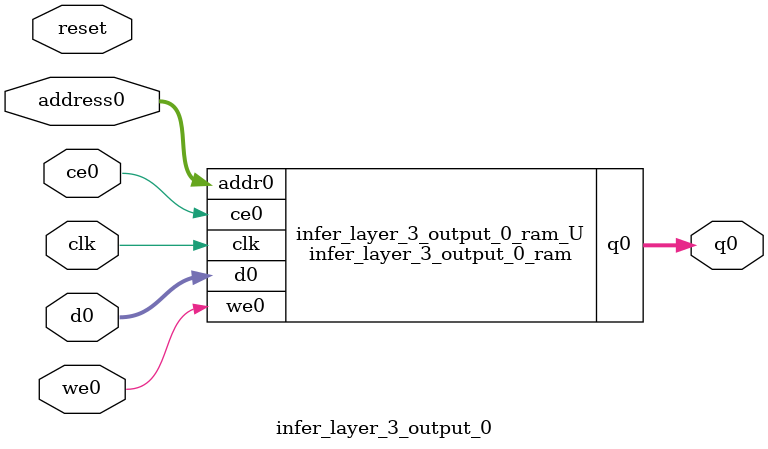
<source format=v>
`timescale 1 ns / 1 ps
module infer_layer_3_output_0_ram (addr0, ce0, d0, we0, q0,  clk);

parameter DWIDTH = 32;
parameter AWIDTH = 11;
parameter MEM_SIZE = 1936;

input[AWIDTH-1:0] addr0;
input ce0;
input[DWIDTH-1:0] d0;
input we0;
output reg[DWIDTH-1:0] q0;
input clk;

reg [DWIDTH-1:0] ram[0:MEM_SIZE-1];




always @(posedge clk)  
begin 
    if (ce0) begin
        if (we0) 
            ram[addr0] <= d0; 
        q0 <= ram[addr0];
    end
end


endmodule

`timescale 1 ns / 1 ps
module infer_layer_3_output_0(
    reset,
    clk,
    address0,
    ce0,
    we0,
    d0,
    q0);

parameter DataWidth = 32'd32;
parameter AddressRange = 32'd1936;
parameter AddressWidth = 32'd11;
input reset;
input clk;
input[AddressWidth - 1:0] address0;
input ce0;
input we0;
input[DataWidth - 1:0] d0;
output[DataWidth - 1:0] q0;



infer_layer_3_output_0_ram infer_layer_3_output_0_ram_U(
    .clk( clk ),
    .addr0( address0 ),
    .ce0( ce0 ),
    .we0( we0 ),
    .d0( d0 ),
    .q0( q0 ));

endmodule


</source>
